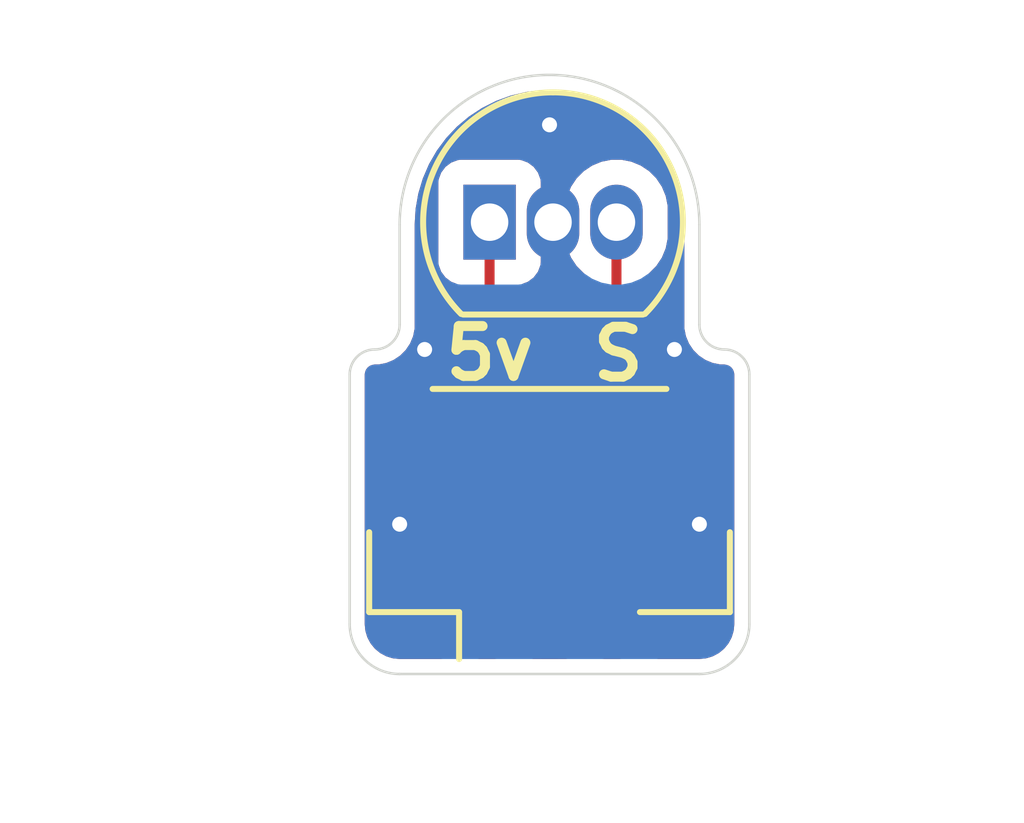
<source format=kicad_pcb>
(kicad_pcb (version 20240108) (generator "pcbnew") (generator_version "8.0")
  (layers (0 "F.Cu" signal) (31 "B.Cu" signal) (34 "B.Paste" user) (35 "F.Paste" user) (36 "B.SilkS" user "B.Silkscreen") (37 "F.SilkS" user "F.Silkscreen") (38 "B.Mask" user) (39 "F.Mask" user) (44 "Edge.Cuts" user))
  (net 0 "")
  (net 1 "GND")
  (net 2 "Net-(J1-Pin_1)")
  (net 3 "Net-(J1-Pin_3)")
  (footprint "Package_TO_SOT_THT:TO-92_Inline" (layer "F.Cu") (at 140.8 80.95)
    (property "Reference" "J2" (hide yes))
    (property "Value" "Conn_01x03_Pin" (hide yes))
    (fp_line (start -0.53 1.85) (end 3.07 1.85) (stroke (width 0.12)) (layer "F.SilkS"))
    (fp_arc (start -0.568478 1.838478) (mid -1.132087 -0.994977) (end 1.27 -2.6) (stroke (width 0.12)) (layer "F.SilkS"))
    (fp_arc (start 1.27 -2.6) (mid 3.672087 -0.994977) (end 3.108478 1.838478) (stroke (width 0.12)) (layer "F.SilkS"))
    (pad "1" thru_hole rect (at 0 0) (size 1.05 1.5) (drill 0.75) (layers "*.Cu" "*.Mask") (net 2 "Net-(J1-Pin_1)"))
    (pad "2" thru_hole oval (at 1.27 0) (size 1.05 1.5) (drill 0.75) (layers "*.Cu" "*.Mask") (net 1 "GND"))
    (pad "3" thru_hole oval (at 2.54 0) (size 1.05 1.5) (drill 0.75) (layers "*.Cu" "*.Mask") (net 3 "Net-(J1-Pin_3)"))
  )
  (footprint "Connector_JST:JST_GH_BM03B-GHS-TBT_1x03-1MP_P1.25mm_Vertical" (layer "F.Cu") (at 142 86.9)
    (property "Reference" "J1" (hide yes))
    (property "Value" "Conn_01x03_MountingPin" (hide yes))
    (fp_line (start -3.61 0.26) (end -3.61 1.86) (stroke (width 0.12)) (layer "F.SilkS"))
    (fp_line (start -3.61 1.86) (end -1.81 1.86) (stroke (width 0.12)) (layer "F.SilkS"))
    (fp_line (start -2.34 -2.61) (end 2.34 -2.61) (stroke (width 0.12)) (layer "F.SilkS"))
    (fp_line (start -1.81 1.86) (end -1.81 2.8) (stroke (width 0.12)) (layer "F.SilkS"))
    (fp_line (start 3.61 0.26) (end 3.61 1.86) (stroke (width 0.12)) (layer "F.SilkS"))
    (fp_line (start 3.61 1.86) (end 1.81 1.86) (stroke (width 0.12)) (layer "F.SilkS"))
    (pad "1" smd roundrect (at -1.25 1.95) (size 0.6 1.7) (layers "F.Cu" "F.Paste" "F.Mask") (net 2 "Net-(J1-Pin_1)"))
    (pad "2" smd roundrect (at 0 1.95) (size 0.6 1.7) (layers "F.Cu" "F.Paste" "F.Mask") (net 1 "GND"))
    (pad "3" smd roundrect (at 1.25 1.95) (size 0.6 1.7) (layers "F.Cu" "F.Paste" "F.Mask") (net 3 "Net-(J1-Pin_3)"))
    (pad "MP" smd roundrect (at -3.1 -1.4) (size 1 2.8) (layers "F.Cu" "F.Paste" "F.Mask") (net 1 "GND"))
    (pad "MP" smd roundrect (at 3.1 -1.4) (size 1 2.8) (layers "F.Cu" "F.Paste" "F.Mask") (net 1 "GND"))
  )
  (gr_arc (start 145.5 83.5) (mid 145.146447 83.353553) (end 145 83) (stroke (width 0.05)) (layer "Edge.Cuts"))
  (gr_line (start 145 90) (end 139 90) (stroke (width 0.05)) (layer "Edge.Cuts"))
  (gr_arc (start 139 90) (mid 138.292893 89.707107) (end 138 89) (stroke (width 0.05)) (layer "Edge.Cuts"))
  (gr_line (start 138 84) (end 138 89) (stroke (width 0.05)) (layer "Edge.Cuts"))
  (gr_line (start 145 81) (end 145 83) (stroke (width 0.05)) (layer "Edge.Cuts"))
  (gr_arc (start 139 83) (mid 138.853553 83.353553) (end 138.5 83.5) (stroke (width 0.05)) (layer "Edge.Cuts"))
  (gr_arc (start 138 84) (mid 138.146447 83.646447) (end 138.5 83.5) (stroke (width 0.05)) (layer "Edge.Cuts"))
  (gr_arc (start 139 81) (mid 142 78) (end 145 81) (stroke (width 0.05)) (layer "Edge.Cuts"))
  (gr_arc (start 146 89) (mid 145.707107 89.707107) (end 145 90) (stroke (width 0.05)) (layer "Edge.Cuts"))
  (gr_arc (start 145.5 83.5) (mid 145.853553 83.646447) (end 146 84) (stroke (width 0.05)) (layer "Edge.Cuts"))
  (gr_line (start 146 84) (end 146 89) (stroke (width 0.05)) (layer "Edge.Cuts"))
  (gr_line (start 139 81) (end 139 83) (stroke (width 0.05)) (layer "Edge.Cuts"))
  (gr_text "S" (at 142.767925 84.177333 0) (layer "F.SilkS") (effects (font (size 1 1) (thickness 0.2) (bold yes)) (justify left bottom)))
  (gr_text "5v" (at 139.814255 84.163268 0) (layer "F.SilkS") (effects (font (size 1 1) (thickness 0.2) (bold yes)) (justify left bottom)))
  (segment (start 142.07 80.95) (end 142.07 88.38) (width 0.2) (layer "F.Cu") (net 1))
  (segment (start 142.07 88.38) (end 142 88.45) (width 0.2) (layer "F.Cu") (net 1))
  (via (at 145 87) (size 0.6) (drill 0.3) (layers "F.Cu" "B.Cu") (net 1))
  (via (at 139 87) (size 0.6) (drill 0.3) (layers "F.Cu" "B.Cu") (net 1))
  (via (at 142 79) (size 0.6) (drill 0.3) (layers "F.Cu" "B.Cu") (net 1))
  (via (at 144.5 83.5) (size 0.6) (drill 0.3) (layers "F.Cu" "B.Cu") (net 1))
  (via (at 139.5 83.5) (size 0.6) (drill 0.3) (layers "F.Cu" "B.Cu") (net 1))
  (segment (start 140.8 88.4) (end 140.75 88.45) (width 0.2) (layer "F.Cu") (net 2))
  (segment (start 140.8 80.95) (end 140.8 88.4) (width 0.2) (layer "F.Cu") (net 2))
  (segment (start 143.34 80.95) (end 143.34 88.36) (width 0.2) (layer "F.Cu") (net 3))
  (segment (start 143.34 88.36) (end 143.25 88.45) (width 0.2) (layer "F.Cu") (net 3))
  (zone (net 1) (net_name "GND") (layers "F&B.Cu") (connect_pads yes (clearance 0.5)) (min_thickness 0.25) (fill yes (thermal_gap 0.5) (thermal_bridge_width 0.5))
    (polygon (pts (xy 131 76.5) (xy 151.5 76.5) (xy 151.5 93) (xy 131 93)))
  )
)
</source>
